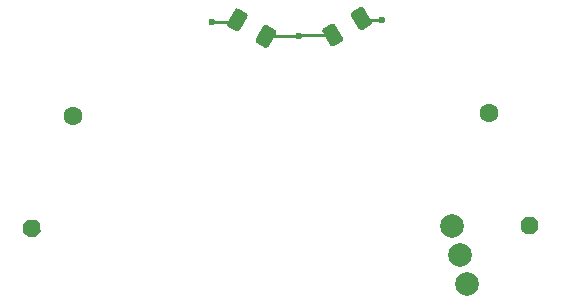
<source format=gbr>
%TF.GenerationSoftware,KiCad,Pcbnew,5.1.10*%
%TF.CreationDate,2021-09-11T14:13:10+02:00*%
%TF.ProjectId,seegeist,73656567-6569-4737-942e-6b696361645f,rev?*%
%TF.SameCoordinates,Original*%
%TF.FileFunction,Copper,L1,Top*%
%TF.FilePolarity,Positive*%
%FSLAX46Y46*%
G04 Gerber Fmt 4.6, Leading zero omitted, Abs format (unit mm)*
G04 Created by KiCad (PCBNEW 5.1.10) date 2021-09-11 14:13:10*
%MOMM*%
%LPD*%
G01*
G04 APERTURE LIST*
%TA.AperFunction,ComponentPad*%
%ADD10C,1.600000*%
%TD*%
%TA.AperFunction,ComponentPad*%
%ADD11C,2.000000*%
%TD*%
%TA.AperFunction,ViaPad*%
%ADD12C,0.600000*%
%TD*%
%TA.AperFunction,Conductor*%
%ADD13C,0.250000*%
%TD*%
G04 APERTURE END LIST*
%TO.P,,1*%
%TO.N,Net-(D2-Pad1)*%
%TA.AperFunction,SMDPad,CuDef*%
G36*
G01*
X51326802Y-31110634D02*
X51951802Y-32193166D01*
G75*
G02*
X51860296Y-32534672I-216506J-125000D01*
G01*
X51210776Y-32909672D01*
G75*
G02*
X50869270Y-32818166I-125000J216506D01*
G01*
X50244270Y-31735634D01*
G75*
G02*
X50335776Y-31394128I216506J125000D01*
G01*
X50985296Y-31019128D01*
G75*
G02*
X51326802Y-31110634I125000J-216506D01*
G01*
G37*
%TD.AperFunction*%
%TO.P,,2*%
%TO.N,Net-(D1-Pad2)*%
%TA.AperFunction,SMDPad,CuDef*%
G36*
G01*
X48901930Y-32510634D02*
X49526930Y-33593166D01*
G75*
G02*
X49435424Y-33934672I-216506J-125000D01*
G01*
X48785904Y-34309672D01*
G75*
G02*
X48444398Y-34218166I-125000J216506D01*
G01*
X47819398Y-33135634D01*
G75*
G02*
X47910904Y-32794128I216506J125000D01*
G01*
X48560424Y-32419128D01*
G75*
G02*
X48901930Y-32510634I125000J-216506D01*
G01*
G37*
%TD.AperFunction*%
%TD*%
%TO.P,,2*%
%TO.N,Net-(D1-Pad2)*%
%TA.AperFunction,SMDPad,CuDef*%
G36*
G01*
X42173834Y-33705966D02*
X42798834Y-32623434D01*
G75*
G02*
X43140340Y-32531928I216506J-125000D01*
G01*
X43789860Y-32906928D01*
G75*
G02*
X43881366Y-33248434I-125000J-216506D01*
G01*
X43256366Y-34330966D01*
G75*
G02*
X42914860Y-34422472I-216506J125000D01*
G01*
X42265340Y-34047472D01*
G75*
G02*
X42173834Y-33705966I125000J216506D01*
G01*
G37*
%TD.AperFunction*%
%TO.P,,1*%
%TO.N,Net-(D1-Pad1)*%
%TA.AperFunction,SMDPad,CuDef*%
G36*
G01*
X39748962Y-32305966D02*
X40373962Y-31223434D01*
G75*
G02*
X40715468Y-31131928I216506J-125000D01*
G01*
X41364988Y-31506928D01*
G75*
G02*
X41456494Y-31848434I-125000J-216506D01*
G01*
X40831494Y-32930966D01*
G75*
G02*
X40489988Y-33022472I-216506J125000D01*
G01*
X39840468Y-32647472D01*
G75*
G02*
X39748962Y-32305966I125000J216506D01*
G01*
G37*
%TD.AperFunction*%
%TD*%
D10*
%TO.P,R1,1*%
%TO.N,Net-(D1-Pad1)*%
X26670000Y-40182800D03*
%TO.P,R1,2*%
%TO.N,Net-(BT1-Pad2)*%
%TA.AperFunction,ComponentPad*%
G36*
G01*
X23468691Y-48978323D02*
X23468691Y-48978323D01*
G75*
G02*
X23946829Y-50003693I-273616J-751754D01*
G01*
X23946829Y-50003693D01*
G75*
G02*
X22921459Y-50481831I-751754J273616D01*
G01*
X22921459Y-50481831D01*
G75*
G02*
X22443321Y-49456461I273616J751754D01*
G01*
X22443321Y-49456461D01*
G75*
G02*
X23468691Y-48978323I751754J-273616D01*
G01*
G37*
%TD.AperFunction*%
%TD*%
%TO.P,R2,2*%
%TO.N,Net-(BT1-Pad2)*%
%TA.AperFunction,ComponentPad*%
G36*
G01*
X65075709Y-48724323D02*
X65075709Y-48724323D01*
G75*
G02*
X66101079Y-49202461I273616J-751754D01*
G01*
X66101079Y-49202461D01*
G75*
G02*
X65622941Y-50227831I-751754J-273616D01*
G01*
X65622941Y-50227831D01*
G75*
G02*
X64597571Y-49749693I-273616J751754D01*
G01*
X64597571Y-49749693D01*
G75*
G02*
X65075709Y-48724323I751754J273616D01*
G01*
G37*
%TD.AperFunction*%
%TO.P,R2,1*%
%TO.N,Net-(D2-Pad1)*%
X61874400Y-39928800D03*
%TD*%
D11*
%TO.P,SW1,3*%
%TO.N,Net-(SW1-Pad3)*%
X60090401Y-54436903D03*
%TO.P,SW1,2*%
%TO.N,Net-(BT1-Pad1)*%
X59433000Y-51983452D03*
%TO.P,SW1,1*%
%TO.N,Net-(D1-Pad2)*%
X58775600Y-49530000D03*
%TD*%
D12*
%TO.N,Net-(D1-Pad2)*%
X45821600Y-33426400D03*
%TO.N,Net-(D1-Pad1)*%
X38455600Y-32258000D03*
%TO.N,Net-(D2-Pad1)*%
X52882800Y-32054800D03*
%TD*%
D13*
%TO.N,Net-(D1-Pad2)*%
X48560364Y-33477200D02*
X48673164Y-33364400D01*
X45770800Y-33477200D02*
X45821600Y-33426400D01*
X43027600Y-33477200D02*
X45770800Y-33477200D01*
X45883600Y-33364400D02*
X45821600Y-33426400D01*
X48673164Y-33364400D02*
X45883600Y-33364400D01*
%TO.N,Net-(D1-Pad1)*%
X40421928Y-32258000D02*
X40602728Y-32077200D01*
X38455600Y-32258000D02*
X40421928Y-32258000D01*
%TO.N,Net-(D2-Pad1)*%
X51188436Y-32054800D02*
X51098036Y-31964400D01*
X52882800Y-32054800D02*
X51188436Y-32054800D01*
%TD*%
M02*

</source>
